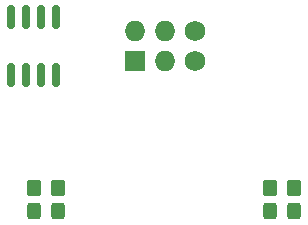
<source format=gbr>
%TF.GenerationSoftware,KiCad,Pcbnew,(6.0.4)*%
%TF.CreationDate,2022-04-09T23:43:22+02:00*%
%TF.ProjectId,cloud,636c6f75-642e-46b6-9963-61645f706362,rev?*%
%TF.SameCoordinates,Original*%
%TF.FileFunction,Soldermask,Bot*%
%TF.FilePolarity,Negative*%
%FSLAX46Y46*%
G04 Gerber Fmt 4.6, Leading zero omitted, Abs format (unit mm)*
G04 Created by KiCad (PCBNEW (6.0.4)) date 2022-04-09 23:43:22*
%MOMM*%
%LPD*%
G01*
G04 APERTURE LIST*
G04 Aperture macros list*
%AMRoundRect*
0 Rectangle with rounded corners*
0 $1 Rounding radius*
0 $2 $3 $4 $5 $6 $7 $8 $9 X,Y pos of 4 corners*
0 Add a 4 corners polygon primitive as box body*
4,1,4,$2,$3,$4,$5,$6,$7,$8,$9,$2,$3,0*
0 Add four circle primitives for the rounded corners*
1,1,$1+$1,$2,$3*
1,1,$1+$1,$4,$5*
1,1,$1+$1,$6,$7*
1,1,$1+$1,$8,$9*
0 Add four rect primitives between the rounded corners*
20,1,$1+$1,$2,$3,$4,$5,0*
20,1,$1+$1,$4,$5,$6,$7,0*
20,1,$1+$1,$6,$7,$8,$9,0*
20,1,$1+$1,$8,$9,$2,$3,0*%
G04 Aperture macros list end*
%ADD10O,1.727200X1.727200*%
%ADD11R,1.727200X1.727200*%
%ADD12C,1.727200*%
%ADD13RoundRect,0.250000X-0.350000X-0.450000X0.350000X-0.450000X0.350000X0.450000X-0.350000X0.450000X0*%
%ADD14RoundRect,0.250000X0.325000X0.450000X-0.325000X0.450000X-0.325000X-0.450000X0.325000X-0.450000X0*%
%ADD15RoundRect,0.250000X0.350000X0.450000X-0.350000X0.450000X-0.350000X-0.450000X0.350000X-0.450000X0*%
%ADD16RoundRect,0.250000X-0.325000X-0.450000X0.325000X-0.450000X0.325000X0.450000X-0.325000X0.450000X0*%
%ADD17RoundRect,0.150000X0.150000X-0.825000X0.150000X0.825000X-0.150000X0.825000X-0.150000X-0.825000X0*%
G04 APERTURE END LIST*
D10*
%TO.C,X1*%
X-2480000Y1250000D03*
D11*
X-2480000Y-1290000D03*
D10*
X60000Y1250000D03*
X60000Y-1290000D03*
D12*
X2600000Y1250000D03*
X2600000Y-1290000D03*
%TD*%
D13*
%TO.C,R2*%
X-11000000Y-12000000D03*
X-9000000Y-12000000D03*
%TD*%
D14*
%TO.C,D1*%
X11025000Y-14000000D03*
X8975000Y-14000000D03*
%TD*%
D15*
%TO.C,R1*%
X11000000Y-12000000D03*
X9000000Y-12000000D03*
%TD*%
D16*
%TO.C,D2*%
X-11025000Y-14000000D03*
X-8975000Y-14000000D03*
%TD*%
D17*
%TO.C,U1*%
X-9144000Y-2475000D03*
X-10414000Y-2475000D03*
X-11684000Y-2475000D03*
X-12954000Y-2475000D03*
X-12954000Y2475000D03*
X-11684000Y2475000D03*
X-10414000Y2475000D03*
X-9144000Y2475000D03*
%TD*%
M02*

</source>
